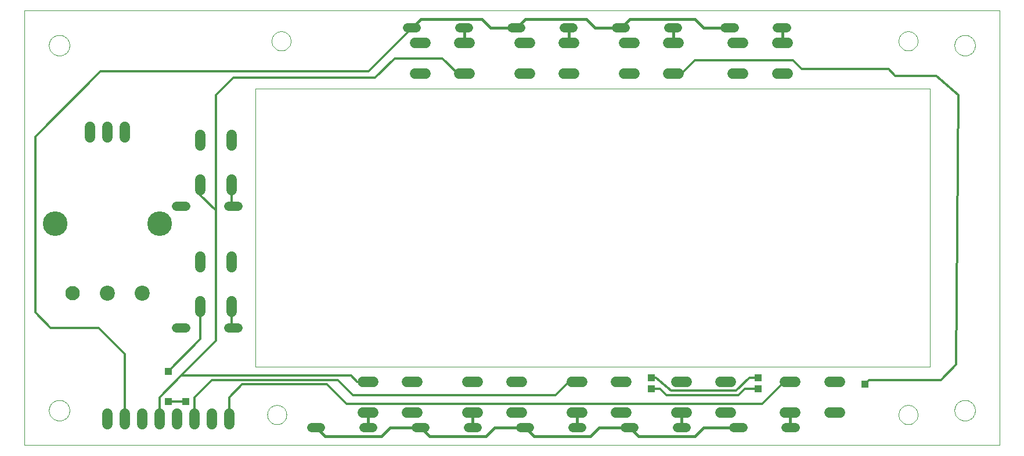
<source format=gtl>
G75*
G70*
%OFA0B0*%
%FSLAX24Y24*%
%IPPOS*%
%LPD*%
%AMOC8*
5,1,8,0,0,1.08239X$1,22.5*
%
%ADD10C,0.0000*%
%ADD11C,0.0600*%
%ADD12C,0.1417*%
%ADD13C,0.0827*%
%ADD14C,0.0866*%
%ADD15C,0.0520*%
%ADD16R,0.0396X0.0396*%
%ADD17C,0.0120*%
%ADD18C,0.0160*%
D10*
X000101Y000363D02*
X000101Y025358D01*
X056093Y025358D01*
X056093Y000363D01*
X000101Y000363D01*
X001510Y002363D02*
X001512Y002411D01*
X001518Y002459D01*
X001528Y002506D01*
X001541Y002552D01*
X001559Y002597D01*
X001579Y002641D01*
X001604Y002683D01*
X001632Y002722D01*
X001662Y002759D01*
X001696Y002793D01*
X001733Y002825D01*
X001771Y002854D01*
X001812Y002879D01*
X001855Y002901D01*
X001900Y002919D01*
X001946Y002933D01*
X001993Y002944D01*
X002041Y002951D01*
X002089Y002954D01*
X002137Y002953D01*
X002185Y002948D01*
X002233Y002939D01*
X002279Y002927D01*
X002324Y002910D01*
X002368Y002890D01*
X002410Y002867D01*
X002450Y002840D01*
X002488Y002810D01*
X002523Y002777D01*
X002555Y002741D01*
X002585Y002703D01*
X002611Y002662D01*
X002633Y002619D01*
X002653Y002575D01*
X002668Y002530D01*
X002680Y002483D01*
X002688Y002435D01*
X002692Y002387D01*
X002692Y002339D01*
X002688Y002291D01*
X002680Y002243D01*
X002668Y002196D01*
X002653Y002151D01*
X002633Y002107D01*
X002611Y002064D01*
X002585Y002023D01*
X002555Y001985D01*
X002523Y001949D01*
X002488Y001916D01*
X002450Y001886D01*
X002410Y001859D01*
X002368Y001836D01*
X002324Y001816D01*
X002279Y001799D01*
X002233Y001787D01*
X002185Y001778D01*
X002137Y001773D01*
X002089Y001772D01*
X002041Y001775D01*
X001993Y001782D01*
X001946Y001793D01*
X001900Y001807D01*
X001855Y001825D01*
X001812Y001847D01*
X001771Y001872D01*
X001733Y001901D01*
X001696Y001933D01*
X001662Y001967D01*
X001632Y002004D01*
X001604Y002043D01*
X001579Y002085D01*
X001559Y002129D01*
X001541Y002174D01*
X001528Y002220D01*
X001518Y002267D01*
X001512Y002315D01*
X001510Y002363D01*
X013351Y004863D02*
X013351Y020863D01*
X052101Y020863D01*
X052101Y004863D01*
X013351Y004863D01*
X014050Y002113D02*
X014052Y002160D01*
X014058Y002206D01*
X014068Y002252D01*
X014081Y002297D01*
X014099Y002340D01*
X014120Y002382D01*
X014144Y002422D01*
X014172Y002459D01*
X014203Y002494D01*
X014237Y002527D01*
X014273Y002556D01*
X014312Y002582D01*
X014353Y002605D01*
X014396Y002624D01*
X014440Y002640D01*
X014485Y002652D01*
X014531Y002660D01*
X014578Y002664D01*
X014624Y002664D01*
X014671Y002660D01*
X014717Y002652D01*
X014762Y002640D01*
X014806Y002624D01*
X014849Y002605D01*
X014890Y002582D01*
X014929Y002556D01*
X014965Y002527D01*
X014999Y002494D01*
X015030Y002459D01*
X015058Y002422D01*
X015082Y002382D01*
X015103Y002340D01*
X015121Y002297D01*
X015134Y002252D01*
X015144Y002206D01*
X015150Y002160D01*
X015152Y002113D01*
X015150Y002066D01*
X015144Y002020D01*
X015134Y001974D01*
X015121Y001929D01*
X015103Y001886D01*
X015082Y001844D01*
X015058Y001804D01*
X015030Y001767D01*
X014999Y001732D01*
X014965Y001699D01*
X014929Y001670D01*
X014890Y001644D01*
X014849Y001621D01*
X014806Y001602D01*
X014762Y001586D01*
X014717Y001574D01*
X014671Y001566D01*
X014624Y001562D01*
X014578Y001562D01*
X014531Y001566D01*
X014485Y001574D01*
X014440Y001586D01*
X014396Y001602D01*
X014353Y001621D01*
X014312Y001644D01*
X014273Y001670D01*
X014237Y001699D01*
X014203Y001732D01*
X014172Y001767D01*
X014144Y001804D01*
X014120Y001844D01*
X014099Y001886D01*
X014081Y001929D01*
X014068Y001974D01*
X014058Y002020D01*
X014052Y002066D01*
X014050Y002113D01*
X050300Y002113D02*
X050302Y002160D01*
X050308Y002206D01*
X050318Y002252D01*
X050331Y002297D01*
X050349Y002340D01*
X050370Y002382D01*
X050394Y002422D01*
X050422Y002459D01*
X050453Y002494D01*
X050487Y002527D01*
X050523Y002556D01*
X050562Y002582D01*
X050603Y002605D01*
X050646Y002624D01*
X050690Y002640D01*
X050735Y002652D01*
X050781Y002660D01*
X050828Y002664D01*
X050874Y002664D01*
X050921Y002660D01*
X050967Y002652D01*
X051012Y002640D01*
X051056Y002624D01*
X051099Y002605D01*
X051140Y002582D01*
X051179Y002556D01*
X051215Y002527D01*
X051249Y002494D01*
X051280Y002459D01*
X051308Y002422D01*
X051332Y002382D01*
X051353Y002340D01*
X051371Y002297D01*
X051384Y002252D01*
X051394Y002206D01*
X051400Y002160D01*
X051402Y002113D01*
X051400Y002066D01*
X051394Y002020D01*
X051384Y001974D01*
X051371Y001929D01*
X051353Y001886D01*
X051332Y001844D01*
X051308Y001804D01*
X051280Y001767D01*
X051249Y001732D01*
X051215Y001699D01*
X051179Y001670D01*
X051140Y001644D01*
X051099Y001621D01*
X051056Y001602D01*
X051012Y001586D01*
X050967Y001574D01*
X050921Y001566D01*
X050874Y001562D01*
X050828Y001562D01*
X050781Y001566D01*
X050735Y001574D01*
X050690Y001586D01*
X050646Y001602D01*
X050603Y001621D01*
X050562Y001644D01*
X050523Y001670D01*
X050487Y001699D01*
X050453Y001732D01*
X050422Y001767D01*
X050394Y001804D01*
X050370Y001844D01*
X050349Y001886D01*
X050331Y001929D01*
X050318Y001974D01*
X050308Y002020D01*
X050302Y002066D01*
X050300Y002113D01*
X053510Y002363D02*
X053512Y002411D01*
X053518Y002459D01*
X053528Y002506D01*
X053541Y002552D01*
X053559Y002597D01*
X053579Y002641D01*
X053604Y002683D01*
X053632Y002722D01*
X053662Y002759D01*
X053696Y002793D01*
X053733Y002825D01*
X053771Y002854D01*
X053812Y002879D01*
X053855Y002901D01*
X053900Y002919D01*
X053946Y002933D01*
X053993Y002944D01*
X054041Y002951D01*
X054089Y002954D01*
X054137Y002953D01*
X054185Y002948D01*
X054233Y002939D01*
X054279Y002927D01*
X054324Y002910D01*
X054368Y002890D01*
X054410Y002867D01*
X054450Y002840D01*
X054488Y002810D01*
X054523Y002777D01*
X054555Y002741D01*
X054585Y002703D01*
X054611Y002662D01*
X054633Y002619D01*
X054653Y002575D01*
X054668Y002530D01*
X054680Y002483D01*
X054688Y002435D01*
X054692Y002387D01*
X054692Y002339D01*
X054688Y002291D01*
X054680Y002243D01*
X054668Y002196D01*
X054653Y002151D01*
X054633Y002107D01*
X054611Y002064D01*
X054585Y002023D01*
X054555Y001985D01*
X054523Y001949D01*
X054488Y001916D01*
X054450Y001886D01*
X054410Y001859D01*
X054368Y001836D01*
X054324Y001816D01*
X054279Y001799D01*
X054233Y001787D01*
X054185Y001778D01*
X054137Y001773D01*
X054089Y001772D01*
X054041Y001775D01*
X053993Y001782D01*
X053946Y001793D01*
X053900Y001807D01*
X053855Y001825D01*
X053812Y001847D01*
X053771Y001872D01*
X053733Y001901D01*
X053696Y001933D01*
X053662Y001967D01*
X053632Y002004D01*
X053604Y002043D01*
X053579Y002085D01*
X053559Y002129D01*
X053541Y002174D01*
X053528Y002220D01*
X053518Y002267D01*
X053512Y002315D01*
X053510Y002363D01*
X053510Y023363D02*
X053512Y023411D01*
X053518Y023459D01*
X053528Y023506D01*
X053541Y023552D01*
X053559Y023597D01*
X053579Y023641D01*
X053604Y023683D01*
X053632Y023722D01*
X053662Y023759D01*
X053696Y023793D01*
X053733Y023825D01*
X053771Y023854D01*
X053812Y023879D01*
X053855Y023901D01*
X053900Y023919D01*
X053946Y023933D01*
X053993Y023944D01*
X054041Y023951D01*
X054089Y023954D01*
X054137Y023953D01*
X054185Y023948D01*
X054233Y023939D01*
X054279Y023927D01*
X054324Y023910D01*
X054368Y023890D01*
X054410Y023867D01*
X054450Y023840D01*
X054488Y023810D01*
X054523Y023777D01*
X054555Y023741D01*
X054585Y023703D01*
X054611Y023662D01*
X054633Y023619D01*
X054653Y023575D01*
X054668Y023530D01*
X054680Y023483D01*
X054688Y023435D01*
X054692Y023387D01*
X054692Y023339D01*
X054688Y023291D01*
X054680Y023243D01*
X054668Y023196D01*
X054653Y023151D01*
X054633Y023107D01*
X054611Y023064D01*
X054585Y023023D01*
X054555Y022985D01*
X054523Y022949D01*
X054488Y022916D01*
X054450Y022886D01*
X054410Y022859D01*
X054368Y022836D01*
X054324Y022816D01*
X054279Y022799D01*
X054233Y022787D01*
X054185Y022778D01*
X054137Y022773D01*
X054089Y022772D01*
X054041Y022775D01*
X053993Y022782D01*
X053946Y022793D01*
X053900Y022807D01*
X053855Y022825D01*
X053812Y022847D01*
X053771Y022872D01*
X053733Y022901D01*
X053696Y022933D01*
X053662Y022967D01*
X053632Y023004D01*
X053604Y023043D01*
X053579Y023085D01*
X053559Y023129D01*
X053541Y023174D01*
X053528Y023220D01*
X053518Y023267D01*
X053512Y023315D01*
X053510Y023363D01*
X050300Y023613D02*
X050302Y023660D01*
X050308Y023706D01*
X050318Y023752D01*
X050331Y023797D01*
X050349Y023840D01*
X050370Y023882D01*
X050394Y023922D01*
X050422Y023959D01*
X050453Y023994D01*
X050487Y024027D01*
X050523Y024056D01*
X050562Y024082D01*
X050603Y024105D01*
X050646Y024124D01*
X050690Y024140D01*
X050735Y024152D01*
X050781Y024160D01*
X050828Y024164D01*
X050874Y024164D01*
X050921Y024160D01*
X050967Y024152D01*
X051012Y024140D01*
X051056Y024124D01*
X051099Y024105D01*
X051140Y024082D01*
X051179Y024056D01*
X051215Y024027D01*
X051249Y023994D01*
X051280Y023959D01*
X051308Y023922D01*
X051332Y023882D01*
X051353Y023840D01*
X051371Y023797D01*
X051384Y023752D01*
X051394Y023706D01*
X051400Y023660D01*
X051402Y023613D01*
X051400Y023566D01*
X051394Y023520D01*
X051384Y023474D01*
X051371Y023429D01*
X051353Y023386D01*
X051332Y023344D01*
X051308Y023304D01*
X051280Y023267D01*
X051249Y023232D01*
X051215Y023199D01*
X051179Y023170D01*
X051140Y023144D01*
X051099Y023121D01*
X051056Y023102D01*
X051012Y023086D01*
X050967Y023074D01*
X050921Y023066D01*
X050874Y023062D01*
X050828Y023062D01*
X050781Y023066D01*
X050735Y023074D01*
X050690Y023086D01*
X050646Y023102D01*
X050603Y023121D01*
X050562Y023144D01*
X050523Y023170D01*
X050487Y023199D01*
X050453Y023232D01*
X050422Y023267D01*
X050394Y023304D01*
X050370Y023344D01*
X050349Y023386D01*
X050331Y023429D01*
X050318Y023474D01*
X050308Y023520D01*
X050302Y023566D01*
X050300Y023613D01*
X014300Y023613D02*
X014302Y023660D01*
X014308Y023706D01*
X014318Y023752D01*
X014331Y023797D01*
X014349Y023840D01*
X014370Y023882D01*
X014394Y023922D01*
X014422Y023959D01*
X014453Y023994D01*
X014487Y024027D01*
X014523Y024056D01*
X014562Y024082D01*
X014603Y024105D01*
X014646Y024124D01*
X014690Y024140D01*
X014735Y024152D01*
X014781Y024160D01*
X014828Y024164D01*
X014874Y024164D01*
X014921Y024160D01*
X014967Y024152D01*
X015012Y024140D01*
X015056Y024124D01*
X015099Y024105D01*
X015140Y024082D01*
X015179Y024056D01*
X015215Y024027D01*
X015249Y023994D01*
X015280Y023959D01*
X015308Y023922D01*
X015332Y023882D01*
X015353Y023840D01*
X015371Y023797D01*
X015384Y023752D01*
X015394Y023706D01*
X015400Y023660D01*
X015402Y023613D01*
X015400Y023566D01*
X015394Y023520D01*
X015384Y023474D01*
X015371Y023429D01*
X015353Y023386D01*
X015332Y023344D01*
X015308Y023304D01*
X015280Y023267D01*
X015249Y023232D01*
X015215Y023199D01*
X015179Y023170D01*
X015140Y023144D01*
X015099Y023121D01*
X015056Y023102D01*
X015012Y023086D01*
X014967Y023074D01*
X014921Y023066D01*
X014874Y023062D01*
X014828Y023062D01*
X014781Y023066D01*
X014735Y023074D01*
X014690Y023086D01*
X014646Y023102D01*
X014603Y023121D01*
X014562Y023144D01*
X014523Y023170D01*
X014487Y023199D01*
X014453Y023232D01*
X014422Y023267D01*
X014394Y023304D01*
X014370Y023344D01*
X014349Y023386D01*
X014331Y023429D01*
X014318Y023474D01*
X014308Y023520D01*
X014302Y023566D01*
X014300Y023613D01*
X001510Y023363D02*
X001512Y023411D01*
X001518Y023459D01*
X001528Y023506D01*
X001541Y023552D01*
X001559Y023597D01*
X001579Y023641D01*
X001604Y023683D01*
X001632Y023722D01*
X001662Y023759D01*
X001696Y023793D01*
X001733Y023825D01*
X001771Y023854D01*
X001812Y023879D01*
X001855Y023901D01*
X001900Y023919D01*
X001946Y023933D01*
X001993Y023944D01*
X002041Y023951D01*
X002089Y023954D01*
X002137Y023953D01*
X002185Y023948D01*
X002233Y023939D01*
X002279Y023927D01*
X002324Y023910D01*
X002368Y023890D01*
X002410Y023867D01*
X002450Y023840D01*
X002488Y023810D01*
X002523Y023777D01*
X002555Y023741D01*
X002585Y023703D01*
X002611Y023662D01*
X002633Y023619D01*
X002653Y023575D01*
X002668Y023530D01*
X002680Y023483D01*
X002688Y023435D01*
X002692Y023387D01*
X002692Y023339D01*
X002688Y023291D01*
X002680Y023243D01*
X002668Y023196D01*
X002653Y023151D01*
X002633Y023107D01*
X002611Y023064D01*
X002585Y023023D01*
X002555Y022985D01*
X002523Y022949D01*
X002488Y022916D01*
X002450Y022886D01*
X002410Y022859D01*
X002368Y022836D01*
X002324Y022816D01*
X002279Y022799D01*
X002233Y022787D01*
X002185Y022778D01*
X002137Y022773D01*
X002089Y022772D01*
X002041Y022775D01*
X001993Y022782D01*
X001946Y022793D01*
X001900Y022807D01*
X001855Y022825D01*
X001812Y022847D01*
X001771Y022872D01*
X001733Y022901D01*
X001696Y022933D01*
X001662Y022967D01*
X001632Y023004D01*
X001604Y023043D01*
X001579Y023085D01*
X001559Y023129D01*
X001541Y023174D01*
X001528Y023220D01*
X001518Y023267D01*
X001512Y023315D01*
X001510Y023363D01*
D11*
X003851Y018663D02*
X003851Y018063D01*
X004851Y018063D02*
X004851Y018663D01*
X005851Y018663D02*
X005851Y018063D01*
X010211Y018193D02*
X010211Y017593D01*
X011991Y017593D02*
X011991Y018193D01*
X011991Y015633D02*
X011991Y015033D01*
X010211Y015033D02*
X010211Y015633D01*
X010211Y011193D02*
X010211Y010593D01*
X011991Y010593D02*
X011991Y011193D01*
X011991Y008633D02*
X011991Y008033D01*
X010211Y008033D02*
X010211Y008633D01*
X019521Y004003D02*
X020121Y004003D01*
X022081Y004003D02*
X022681Y004003D01*
X025521Y004003D02*
X026121Y004003D01*
X028081Y004003D02*
X028681Y004003D01*
X031521Y004003D02*
X032121Y004003D01*
X034081Y004003D02*
X034681Y004003D01*
X037521Y004003D02*
X038121Y004003D01*
X040081Y004003D02*
X040681Y004003D01*
X043771Y004003D02*
X044371Y004003D01*
X046331Y004003D02*
X046931Y004003D01*
X046931Y002223D02*
X046331Y002223D01*
X044371Y002223D02*
X043771Y002223D01*
X040681Y002223D02*
X040081Y002223D01*
X038121Y002223D02*
X037521Y002223D01*
X034681Y002223D02*
X034081Y002223D01*
X032121Y002223D02*
X031521Y002223D01*
X028681Y002223D02*
X028081Y002223D01*
X026121Y002223D02*
X025521Y002223D01*
X022681Y002223D02*
X022081Y002223D01*
X020121Y002223D02*
X019521Y002223D01*
X011851Y002163D02*
X011851Y001563D01*
X010851Y001563D02*
X010851Y002163D01*
X009851Y002163D02*
X009851Y001563D01*
X008851Y001563D02*
X008851Y002163D01*
X007851Y002163D02*
X007851Y001563D01*
X006851Y001563D02*
X006851Y002163D01*
X005851Y002163D02*
X005851Y001563D01*
X004851Y001563D02*
X004851Y002163D01*
X022521Y021723D02*
X023121Y021723D01*
X025081Y021723D02*
X025681Y021723D01*
X028521Y021723D02*
X029121Y021723D01*
X031081Y021723D02*
X031681Y021723D01*
X034521Y021723D02*
X035121Y021723D01*
X037081Y021723D02*
X037681Y021723D01*
X040771Y021723D02*
X041371Y021723D01*
X043331Y021723D02*
X043931Y021723D01*
X043931Y023503D02*
X043331Y023503D01*
X041371Y023503D02*
X040771Y023503D01*
X037681Y023503D02*
X037081Y023503D01*
X035121Y023503D02*
X034521Y023503D01*
X031681Y023503D02*
X031081Y023503D01*
X029121Y023503D02*
X028521Y023503D01*
X025681Y023503D02*
X025081Y023503D01*
X023121Y023503D02*
X022521Y023503D01*
D12*
X007851Y013113D03*
X001851Y013113D03*
D13*
X002851Y009113D03*
D14*
X004851Y009113D03*
X006851Y009113D03*
D15*
X008841Y007113D02*
X009361Y007113D01*
X011841Y007113D02*
X012361Y007113D01*
X016591Y001363D02*
X017111Y001363D01*
X019591Y001363D02*
X020111Y001363D01*
X022591Y001363D02*
X023111Y001363D01*
X025591Y001363D02*
X026111Y001363D01*
X028591Y001363D02*
X029111Y001363D01*
X031591Y001363D02*
X032111Y001363D01*
X034591Y001363D02*
X035111Y001363D01*
X037591Y001363D02*
X038111Y001363D01*
X040841Y001363D02*
X041361Y001363D01*
X043841Y001363D02*
X044361Y001363D01*
X012361Y014113D02*
X011841Y014113D01*
X009361Y014113D02*
X008841Y014113D01*
X022091Y024363D02*
X022611Y024363D01*
X025091Y024363D02*
X025611Y024363D01*
X028091Y024363D02*
X028611Y024363D01*
X031091Y024363D02*
X031611Y024363D01*
X034091Y024363D02*
X034611Y024363D01*
X037091Y024363D02*
X037611Y024363D01*
X040341Y024363D02*
X040861Y024363D01*
X043341Y024363D02*
X043861Y024363D01*
D16*
X008351Y004613D03*
X008351Y002863D03*
X009351Y002863D03*
X036101Y003613D03*
X036101Y004238D03*
X042226Y004238D03*
X042226Y003613D03*
X048351Y003863D03*
D17*
X048601Y004113D01*
X052726Y004113D01*
X053601Y004988D01*
X053726Y020488D01*
X052476Y021613D01*
X050101Y021613D01*
X049726Y021988D01*
X044726Y021988D01*
X044226Y022488D01*
X038601Y022488D01*
X037836Y021723D01*
X037381Y021723D01*
X025381Y021723D02*
X024991Y021723D01*
X024101Y022613D01*
X021351Y022613D01*
X020226Y021488D01*
X012101Y021488D01*
X011101Y020488D01*
X011101Y013863D01*
X010211Y014753D01*
X010211Y015333D01*
X011991Y015333D02*
X011991Y014223D01*
X012101Y014113D01*
X011101Y013863D02*
X011101Y006363D01*
X009101Y004363D01*
X007851Y003113D01*
X007851Y001863D01*
X005851Y001863D02*
X005851Y005613D01*
X004351Y007113D01*
X001601Y007113D01*
X000726Y007988D01*
X000726Y018113D01*
X004476Y021863D01*
X019851Y021863D01*
X022351Y024363D01*
X011991Y008333D02*
X011991Y007223D01*
X012101Y007113D01*
X010211Y006473D02*
X008351Y004613D01*
X009101Y004363D02*
X018851Y004363D01*
X019211Y004003D01*
X019821Y004003D01*
X018976Y003238D02*
X018101Y004113D01*
X010851Y004113D01*
X009851Y003113D01*
X009851Y001863D01*
X009351Y002863D02*
X008351Y002863D01*
X011851Y003113D02*
X011851Y001863D01*
X011851Y003113D02*
X012601Y003863D01*
X017476Y003863D01*
X018601Y002738D01*
X042476Y002738D01*
X043741Y004003D01*
X044071Y004003D01*
X042226Y004238D02*
X041726Y004238D01*
X040976Y003488D01*
X037226Y003488D01*
X036351Y004238D01*
X036101Y004238D01*
X036101Y003613D02*
X036601Y003613D01*
X036976Y003238D01*
X041101Y003238D01*
X041476Y003613D01*
X042226Y003613D01*
X031821Y004003D02*
X031366Y004003D01*
X030601Y003238D01*
X018976Y003238D01*
X010211Y006473D02*
X010211Y008333D01*
D18*
X019821Y002223D02*
X019821Y001393D01*
X019851Y001363D01*
X020601Y000863D02*
X017351Y000863D01*
X016851Y001363D01*
X020601Y000863D02*
X021101Y001363D01*
X022851Y001363D01*
X023351Y000863D01*
X026601Y000863D01*
X027101Y001363D01*
X028851Y001363D01*
X029351Y000863D01*
X032601Y000863D01*
X033101Y001363D01*
X034851Y001363D01*
X035351Y000863D01*
X038601Y000863D01*
X039101Y001363D01*
X041101Y001363D01*
X044071Y001393D02*
X044101Y001363D01*
X044071Y001393D02*
X044071Y002223D01*
X037821Y002223D02*
X037821Y001393D01*
X037851Y001363D01*
X031851Y001363D02*
X031821Y001393D01*
X031821Y002223D01*
X025851Y001363D02*
X025821Y001393D01*
X025821Y002223D01*
X025381Y023503D02*
X025381Y024333D01*
X025351Y024363D01*
X026351Y024863D02*
X022851Y024863D01*
X022351Y024363D01*
X026351Y024863D02*
X026851Y024363D01*
X028351Y024363D01*
X028851Y024863D01*
X032351Y024863D01*
X032851Y024363D01*
X034351Y024363D01*
X034851Y024863D01*
X038601Y024863D01*
X039101Y024363D01*
X040601Y024363D01*
X043601Y024363D02*
X043631Y024333D01*
X043631Y023503D01*
X037381Y023503D02*
X037381Y024333D01*
X037351Y024363D01*
X031381Y024333D02*
X031381Y023503D01*
X031381Y024333D02*
X031351Y024363D01*
M02*

</source>
